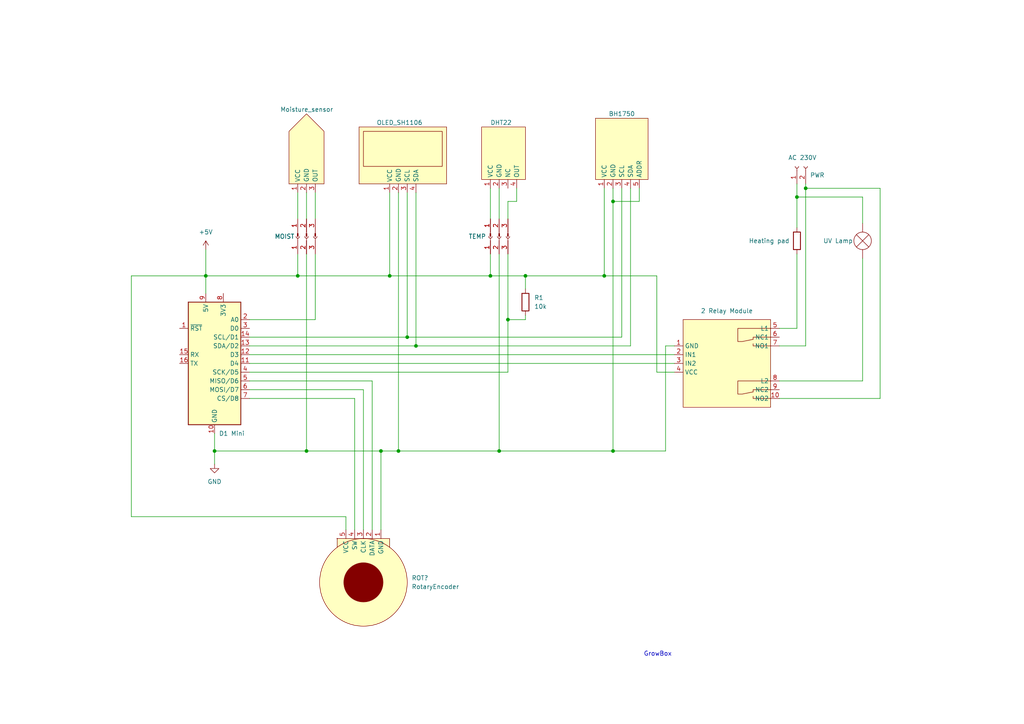
<source format=kicad_sch>
(kicad_sch (version 20211123) (generator eeschema)
  (paper "A4")
  (lib_symbols
    (symbol "Connector:Conn_01x02_Female" (pin_names (offset 1.016) hide)
      (property "Reference" "J" (at 0 2.54 0))
      (property "Value" "Conn_01x02_Female" (at 0 -5.08 0))
      (symbol "Conn_01x02_Female_1_1"
        (arc (start 0 -2.032) (mid -0.508 -2.54) (end 0 -3.048) (stroke (width 0.1524)))
        (polyline (pts (xy -1.27 -2.54) (xy -0.508 -2.54)) (stroke (width 0.1524)))
        (polyline (pts (xy -1.27 0) (xy -0.508 0)) (stroke (width 0.1524)))
        (arc (start 0 0.508) (mid -0.508 0) (end 0 -0.508) (stroke (width 0.1524)))
        (pin passive line (at -5.08 0 0) (length 3.81) (name "Pin_1") (number "1"))
        (pin passive line (at -5.08 -2.54 0) (length 3.81) (name "Pin_2") (number "2"))
      )
    )
    (symbol "Connector:Conn_01x03_Female" (pin_names (offset 1.016) hide)
      (property "Reference" "J" (at 0 5.08 0))
      (property "Value" "Conn_01x03_Female" (at 0 -5.08 0))
      (symbol "Conn_01x03_Female_1_1"
        (arc (start 0 -2.032) (mid -0.508 -2.54) (end 0 -3.048) (stroke (width 0.1524)))
        (polyline (pts (xy -1.27 -2.54) (xy -0.508 -2.54)) (stroke (width 0.1524)))
        (polyline (pts (xy -1.27 0) (xy -0.508 0)) (stroke (width 0.1524)))
        (polyline (pts (xy -1.27 2.54) (xy -0.508 2.54)) (stroke (width 0.1524)))
        (arc (start 0 0.508) (mid -0.508 0) (end 0 -0.508) (stroke (width 0.1524)))
        (arc (start 0 3.048) (mid -0.508 2.54) (end 0 2.032) (stroke (width 0.1524)))
        (pin passive line (at -5.08 2.54 0) (length 3.81) (name "Pin_1") (number "1"))
        (pin passive line (at -5.08 0 0) (length 3.81) (name "Pin_2") (number "2"))
        (pin passive line (at -5.08 -2.54 0) (length 3.81) (name "Pin_3") (number "3"))
      )
    )
    (symbol "Connector:Conn_01x03_Male" (pin_names (offset 1.016) hide)
      (property "Reference" "J" (at 0 5.08 0))
      (property "Value" "Conn_01x03_Male" (at 0 -5.08 0))
      (symbol "Conn_01x03_Male_1_1"
        (polyline (pts (xy 1.27 -2.54) (xy 0.8636 -2.54)) (stroke (width 0.1524)))
        (polyline (pts (xy 1.27 0) (xy 0.8636 0)) (stroke (width 0.1524)))
        (polyline (pts (xy 1.27 2.54) (xy 0.8636 2.54)) (stroke (width 0.1524)))
        (rectangle (start 0.8636 -2.413) (end 0 -2.667) (stroke (width 0.1524)) (fill (type outline)))
        (rectangle (start 0.8636 0.127) (end 0 -0.127) (stroke (width 0.1524)) (fill (type outline)))
        (rectangle (start 0.8636 2.667) (end 0 2.413) (stroke (width 0.1524)) (fill (type outline)))
        (pin passive line (at 5.08 2.54 180) (length 3.81) (name "Pin_1") (number "1"))
        (pin passive line (at 5.08 0 180) (length 3.81) (name "Pin_2") (number "2"))
        (pin passive line (at 5.08 -2.54 180) (length 3.81) (name "Pin_3") (number "3"))
      )
    )
    (symbol "Device:Lamp" (pin_numbers hide) (pin_names (offset 0.0254) hide)
      (property "Reference" "LA" (at 0.635 3.81 0))
      (property "Value" "Lamp" (at 0.635 -3.81 0))
      (symbol "Lamp_0_1"
        (polyline (pts (xy -1.778 1.778) (xy 1.778 -1.778)))
        (polyline (pts (xy 1.778 1.778) (xy -1.778 -1.778)))
        (circle (center 0 0) (radius 2.54))
      )
      (symbol "Lamp_1_1"
        (pin passive line (at 0 -5.08 90) (length 2.54) (name "-") (number "1"))
        (pin passive line (at 0 5.08 270) (length 2.54) (name "+") (number "2"))
      )
    )
    (symbol "Device:R" (pin_numbers hide) (pin_names (offset 0))
      (property "Reference" "R" (at 2.032 0 90))
      (property "Value" "R" (at 0 0 90))
      (symbol "R_0_1"
        (rectangle (start -1.016 -2.54) (end 1.016 2.54) (stroke (width 0.254)))
      )
      (symbol "R_1_1"
        (pin passive line (at 0 3.81 270) (length 1.27) (name "~") (number "1"))
        (pin passive line (at 0 -3.81 90) (length 1.27) (name "~") (number "2"))
      )
    )
    (symbol "Konajka_Library:2_Relay_Module"
      (property "Reference" "U" (at 0 33.02 0))
      (property "Value" "2_Relay_Module" (at 0 35.56 0))
      (symbol "2_Relay_Module_0_1"
        (rectangle (start -12.7 25.4) (end 12.7 0) (fill (type background)))
        (polyline (pts (xy -7.62 25.4) (xy -7.62 20.32) (xy -6.985 20.32)))
        (polyline (pts (xy -5.08 25.4) (xy -5.08 20.32) (xy -5.715 20.32)))
        (polyline (pts (xy 7.62 25.4) (xy 7.62 20.32) (xy 8.255 20.32)))
        (polyline (pts (xy 10.16 25.4) (xy 10.16 20.32) (xy 9.525 20.32)))
        (polyline (pts (xy -6.985 20.32) (xy -6.35 17.145) (xy -6.35 15.875) (xy -10.16 15.875) (xy -10.16 25.4)))
        (polyline (pts (xy 8.255 20.32) (xy 8.89 17.145) (xy 8.89 15.875) (xy 5.08 15.875) (xy 5.08 25.4)))
      )
      (symbol "2_Relay_Module_1_1"
        (pin passive line (at -5.08 -2.54 90) (length 2.54) (name "GND") (number "1"))
        (pin passive line (at 10.16 27.94 270) (length 2.54) (name "NO2") (number "10"))
        (pin input line (at -2.54 -2.54 90) (length 2.54) (name "IN1") (number "2"))
        (pin input line (at 0 -2.54 90) (length 2.54) (name "IN2") (number "3"))
        (pin power_in line (at 2.54 -2.54 90) (length 2.54) (name "VCC") (number "4"))
        (pin passive line (at -10.16 27.94 270) (length 2.54) (name "L1") (number "5"))
        (pin passive line (at -7.62 27.94 270) (length 2.54) (name "NC1") (number "6"))
        (pin passive line (at -5.08 27.94 270) (length 2.54) (name "NO1") (number "7"))
        (pin passive line (at 5.08 27.94 270) (length 2.54) (name "L2") (number "8"))
        (pin passive line (at 7.62 27.94 270) (length 2.54) (name "NC2") (number "9"))
      )
    )
    (symbol "Konajka_Library:BH1750"
      (property "Reference" "U?" (at 0 22.86 0))
      (property "Value" "BH1750" (at 0 20.32 0))
      (symbol "BH1750_0_1"
        (rectangle (start 5.08 17.78) (end 5.08 17.78))
        (rectangle (start 7.62 0) (end -7.62 17.78) (fill (type background)))
      )
      (symbol "BH1750_1_1"
        (pin power_in line (at -5.08 -2.54 90) (length 2.54) (name "VCC") (number "1"))
        (pin passive line (at -2.54 -2.54 90) (length 2.54) (name "GND") (number "2"))
        (pin input line (at 0 -2.54 90) (length 2.54) (name "SCL") (number "3"))
        (pin bidirectional line (at 2.54 -2.54 90) (length 2.54) (name "SDA") (number "4"))
        (pin input line (at 5.08 -2.54 90) (length 2.54) (name "ADDR") (number "5"))
      )
    )
    (symbol "Konajka_Library:DHT22"
      (property "Reference" "U?" (at 0 17.78 0))
      (property "Value" "DHT22" (at 0 15.24 0))
      (symbol "DHT22_0_1"
        (rectangle (start -6.35 -1.27) (end 6.35 13.97) (fill (type background)))
      )
      (symbol "DHT22_1_1"
        (pin power_in line (at -3.81 -3.81 90) (length 2.54) (name "VCC") (number "1"))
        (pin passive line (at -1.27 -3.81 90) (length 2.54) (name "GND") (number "2"))
        (pin passive line (at 1.27 -3.81 90) (length 2.54) (name "NC") (number "3"))
        (pin output line (at 3.81 -3.81 90) (length 2.54) (name "OUT") (number "4"))
      )
    )
    (symbol "Konajka_Library:Moisture_sensor"
      (property "Reference" "U" (at 0 25.4 0))
      (property "Value" "Moisture_sensor" (at 0 22.86 0))
      (symbol "Moisture_sensor_0_1"
        (polyline (pts (xy -5.08 0) (xy 5.08 0) (xy 5.08 15.24) (xy 0 20.32) (xy -5.08 15.24) (xy -5.08 0)) (fill (type background)))
      )
      (symbol "Moisture_sensor_1_1"
        (pin power_in line (at -2.54 -2.54 90) (length 2.54) (name "VCC") (number "1"))
        (pin passive line (at 0 -2.54 90) (length 2.54) (name "GND") (number "2"))
        (pin output line (at 2.54 -2.54 90) (length 2.54) (name "OUT") (number "3"))
      )
    )
    (symbol "Konajka_Library:OLED_SH1106"
      (property "Reference" "DISP?" (at 0 20.32 0))
      (property "Value" "OLED_SH1106" (at 0 17.78 0))
      (symbol "OLED_SH1106_0_1"
        (rectangle (start -12.7 16.51) (end 12.7 0) (fill (type background)))
        (rectangle (start -11.43 15.24) (end 11.43 5.08))
      )
      (symbol "OLED_SH1106_1_1"
        (pin power_in line (at -3.81 -2.54 90) (length 2.54) (name "VCC") (number "1"))
        (pin passive line (at -1.27 -2.54 90) (length 2.54) (name "GND") (number "2"))
        (pin input line (at 1.27 -2.54 90) (length 2.54) (name "SCL") (number "3"))
        (pin bidirectional line (at 3.81 -2.54 90) (length 2.54) (name "SDA") (number "4"))
      )
    )
    (symbol "Konajka_Library:RotaryEncoder"
      (property "Reference" "ROT?" (at 0 30.48 0))
      (property "Value" "RotaryEncoder" (at 0 27.94 0))
      (symbol "RotaryEncoder_0_1"
        (polyline (pts (xy 7.62 2.54) (xy 7.62 0) (xy -7.62 0) (xy -7.62 2.54)) (fill (type background)))
        (circle (center 0 12.7) (radius 5.6796) (fill (type outline)))
        (circle (center 0 12.7) (radius 12.7) (fill (type background)))
        (circle (center 7.62 0) (radius 0.0001))
      )
      (symbol "RotaryEncoder_1_1"
        (pin passive line (at -5.08 -2.54 90) (length 2.54) (name "GND") (number "1"))
        (pin output line (at -2.54 -2.54 90) (length 2.54) (name "DATA") (number "2"))
        (pin output line (at 0 -2.54 90) (length 2.54) (name "CLK") (number "3"))
        (pin output line (at 2.54 -2.54 90) (length 2.54) (name "SW") (number "4"))
        (pin power_in line (at 5.08 -2.54 90) (length 2.54) (name "VCC") (number "5"))
      )
    )
    (symbol "MCU_Module:WeMos_D1_mini"
      (property "Reference" "U" (at 3.81 19.05 0))
      (property "Value" "WeMos_D1_mini" (at 1.27 -19.05 0))
      (symbol "WeMos_D1_mini_1_1"
        (rectangle (start -7.62 17.78) (end 7.62 -17.78) (stroke (width 0.254)) (fill (type background)))
        (pin input line (at -10.16 10.16 0) (length 2.54) (name "~{RST}") (number "1"))
        (pin power_in line (at 0 -20.32 90) (length 2.54) (name "GND") (number "10"))
        (pin bidirectional line (at 10.16 0 180) (length 2.54) (name "D4") (number "11"))
        (pin bidirectional line (at 10.16 2.54 180) (length 2.54) (name "D3") (number "12"))
        (pin bidirectional line (at 10.16 5.08 180) (length 2.54) (name "SDA/D2") (number "13"))
        (pin bidirectional line (at 10.16 7.62 180) (length 2.54) (name "SCL/D1") (number "14"))
        (pin input line (at -10.16 2.54 0) (length 2.54) (name "RX") (number "15"))
        (pin output line (at -10.16 0 0) (length 2.54) (name "TX") (number "16"))
        (pin input line (at 10.16 12.7 180) (length 2.54) (name "A0") (number "2"))
        (pin bidirectional line (at 10.16 10.16 180) (length 2.54) (name "D0") (number "3"))
        (pin bidirectional line (at 10.16 -2.54 180) (length 2.54) (name "SCK/D5") (number "4"))
        (pin bidirectional line (at 10.16 -5.08 180) (length 2.54) (name "MISO/D6") (number "5"))
        (pin bidirectional line (at 10.16 -7.62 180) (length 2.54) (name "MOSI/D7") (number "6"))
        (pin bidirectional line (at 10.16 -10.16 180) (length 2.54) (name "CS/D8") (number "7"))
        (pin power_out line (at 2.54 20.32 270) (length 2.54) (name "3V3") (number "8"))
        (pin power_in line (at -2.54 20.32 270) (length 2.54) (name "5V") (number "9"))
      )
    )
    (symbol "power:+5V" (power) (pin_names (offset 0))
      (property "Value" "+5V" (at 0 3.556 0))
      (symbol "+5V_0_1"
        (polyline (pts (xy -0.762 1.27) (xy 0 2.54)))
        (polyline (pts (xy 0 0) (xy 0 2.54)))
        (polyline (pts (xy 0 2.54) (xy 0.762 1.27)))
      )
      (symbol "+5V_1_1"
        (pin power_in line (at 0 0 90) (length 0) hide (name "+5V") (number "1"))
      )
    )
    (symbol "power:GND" (power) (pin_names (offset 0))
      (property "Value" "GND" (at 0 -3.81 0))
      (symbol "GND_0_1"
        (polyline (pts (xy 0 0) (xy 0 -1.27) (xy 1.27 -1.27) (xy 0 -2.54) (xy -1.27 -1.27) (xy 0 -1.27)))
      )
      (symbol "GND_1_1"
        (pin power_in line (at 0 0 270) (length 0) hide (name "GND") (number "1"))
      )
    )
  )
  (junction (at 175.26 80.01))
  (junction (at 233.68 54.61))
  (junction (at 113.03 80.01))
  (junction (at 59.69 80.01))
  (junction (at 152.4 80.01))
  (junction (at 142.24 80.01))
  (junction (at 147.32 92.71))
  (junction (at 110.49 130.81))
  (junction (at 177.8 58.42))
  (junction (at 86.36 80.01))
  (junction (at 118.11 97.79))
  (junction (at 115.57 130.81))
  (junction (at 62.23 130.81))
  (junction (at 88.9 130.81))
  (junction (at 120.65 100.33))
  (junction (at 177.8 130.81))
  (junction (at 231.14 57.15))
  (junction (at 144.78 130.81))
  (wire (pts (xy 147.32 107.95) (xy 147.32 92.71)))
  (wire (pts (xy 233.68 100.33) (xy 226.06 100.33)))
  (wire (pts (xy 231.14 95.25) (xy 226.06 95.25)))
  (wire (pts (xy 190.5 107.95) (xy 190.5 80.01)))
  (wire (pts (xy 175.26 80.01) (xy 190.5 80.01)))
  (wire (pts (xy 147.32 58.42) (xy 149.86 58.42)))
  (wire (pts (xy 62.23 125.73) (xy 62.23 130.81)))
  (wire (pts (xy 144.78 54.61) (xy 144.78 63.5)))
  (wire (pts (xy 38.1 149.86) (xy 38.1 80.01)))
  (wire (pts (xy 250.19 64.77) (xy 250.19 57.15)))
  (wire (pts (xy 100.33 149.86) (xy 38.1 149.86)))
  (wire (pts (xy 105.41 113.03) (xy 105.41 153.67)))
  (wire (pts (xy 152.4 92.71) (xy 147.32 92.71)))
  (wire (pts (xy 142.24 73.66) (xy 142.24 80.01)))
  (wire (pts (xy 118.11 55.88) (xy 118.11 97.79)))
  (wire (pts (xy 182.88 100.33) (xy 120.65 100.33)))
  (wire (pts (xy 72.39 105.41) (xy 195.58 105.41)))
  (wire (pts (xy 250.19 110.49) (xy 226.06 110.49)))
  (wire (pts (xy 255.27 54.61) (xy 233.68 54.61)))
  (wire (pts (xy 105.41 113.03) (xy 72.39 113.03)))
  (wire (pts (xy 149.86 54.61) (xy 149.86 58.42)))
  (wire (pts (xy 115.57 130.81) (xy 110.49 130.81)))
  (wire (pts (xy 231.14 73.66) (xy 231.14 95.25)))
  (wire (pts (xy 110.49 130.81) (xy 110.49 153.67)))
  (wire (pts (xy 177.8 54.61) (xy 177.8 58.42)))
  (wire (pts (xy 144.78 73.66) (xy 144.78 130.81)))
  (wire (pts (xy 180.34 54.61) (xy 180.34 97.79)))
  (wire (pts (xy 142.24 80.01) (xy 152.4 80.01)))
  (wire (pts (xy 107.95 110.49) (xy 72.39 110.49)))
  (wire (pts (xy 88.9 73.66) (xy 88.9 130.81)))
  (wire (pts (xy 59.69 80.01) (xy 86.36 80.01)))
  (wire (pts (xy 62.23 130.81) (xy 62.23 134.62)))
  (wire (pts (xy 72.39 107.95) (xy 147.32 107.95)))
  (wire (pts (xy 250.19 74.93) (xy 250.19 110.49)))
  (wire (pts (xy 102.87 115.57) (xy 102.87 153.67)))
  (wire (pts (xy 120.65 55.88) (xy 120.65 100.33)))
  (wire (pts (xy 193.04 130.81) (xy 177.8 130.81)))
  (wire (pts (xy 152.4 80.01) (xy 152.4 83.82)))
  (wire (pts (xy 152.4 80.01) (xy 175.26 80.01)))
  (wire (pts (xy 226.06 115.57) (xy 255.27 115.57)))
  (wire (pts (xy 100.33 153.67) (xy 100.33 149.86)))
  (wire (pts (xy 107.95 110.49) (xy 107.95 153.67)))
  (wire (pts (xy 231.14 53.34) (xy 231.14 57.15)))
  (wire (pts (xy 86.36 55.88) (xy 86.36 63.5)))
  (wire (pts (xy 185.42 58.42) (xy 177.8 58.42)))
  (wire (pts (xy 59.69 72.39) (xy 59.69 80.01)))
  (wire (pts (xy 72.39 97.79) (xy 118.11 97.79)))
  (wire (pts (xy 86.36 73.66) (xy 86.36 80.01)))
  (wire (pts (xy 152.4 91.44) (xy 152.4 92.71)))
  (wire (pts (xy 185.42 54.61) (xy 185.42 58.42)))
  (wire (pts (xy 193.04 100.33) (xy 193.04 130.81)))
  (wire (pts (xy 147.32 92.71) (xy 147.32 73.66)))
  (wire (pts (xy 113.03 80.01) (xy 142.24 80.01)))
  (wire (pts (xy 115.57 55.88) (xy 115.57 130.81)))
  (wire (pts (xy 233.68 53.34) (xy 233.68 54.61)))
  (wire (pts (xy 91.44 73.66) (xy 91.44 92.71)))
  (wire (pts (xy 147.32 63.5) (xy 147.32 58.42)))
  (wire (pts (xy 231.14 57.15) (xy 231.14 66.04)))
  (wire (pts (xy 102.87 115.57) (xy 72.39 115.57)))
  (wire (pts (xy 59.69 80.01) (xy 59.69 85.09)))
  (wire (pts (xy 113.03 55.88) (xy 113.03 80.01)))
  (wire (pts (xy 177.8 58.42) (xy 177.8 130.81)))
  (wire (pts (xy 72.39 100.33) (xy 120.65 100.33)))
  (wire (pts (xy 182.88 54.61) (xy 182.88 100.33)))
  (wire (pts (xy 177.8 130.81) (xy 144.78 130.81)))
  (wire (pts (xy 91.44 92.71) (xy 72.39 92.71)))
  (wire (pts (xy 88.9 55.88) (xy 88.9 63.5)))
  (wire (pts (xy 91.44 55.88) (xy 91.44 63.5)))
  (wire (pts (xy 175.26 54.61) (xy 175.26 80.01)))
  (wire (pts (xy 142.24 54.61) (xy 142.24 63.5)))
  (wire (pts (xy 180.34 97.79) (xy 118.11 97.79)))
  (wire (pts (xy 72.39 102.87) (xy 195.58 102.87)))
  (wire (pts (xy 250.19 57.15) (xy 231.14 57.15)))
  (wire (pts (xy 255.27 115.57) (xy 255.27 54.61)))
  (wire (pts (xy 86.36 80.01) (xy 113.03 80.01)))
  (wire (pts (xy 195.58 100.33) (xy 193.04 100.33)))
  (wire (pts (xy 233.68 54.61) (xy 233.68 100.33)))
  (wire (pts (xy 195.58 107.95) (xy 190.5 107.95)))
  (wire (pts (xy 38.1 80.01) (xy 59.69 80.01)))
  (wire (pts (xy 88.9 130.81) (xy 62.23 130.81)))
  (wire (pts (xy 110.49 130.81) (xy 88.9 130.81)))
  (wire (pts (xy 144.78 130.81) (xy 115.57 130.81)))
  (text "GrowBox" (at 186.69 190.5 0) (effects (font (size 1.27 1.27)) (justify left bottom)))
  (symbol (lib_id "Connector:Conn_01x03_Female") (at 88.9 68.58 90) (unit 1)
    (property "Reference" "J?" (effects hide))
    (property "Value" "MOIST" (at 82.55 68.58 90))
  )
  (symbol (lib_id "Connector:Conn_01x03_Male") (at 144.78 68.58 90) (unit 1)
    (property "Reference" "J?" (effects hide))
    (property "Value" "Conn_01x03_Male" (effects hide))
  )
  (symbol (lib_id "Device:R") (at 231.14 69.85 0) (unit 1)
    (property "Reference" "R?" (effects hide))
    (property "Value" "Heating pad" (at 217.17 69.85 0) (effects (justify left)))
  )
  (symbol (lib_id "Konajka_Library:BH1750") (at 180.34 52.07 0) (unit 1)
    (property "Reference" "U?" (effects hide))
    (property "Value" "BH1750" (at 176.53 33.02 0) (effects (justify left)))
  )
  (symbol (lib_id "power:GND") (at 62.23 134.62 0) (unit 1)
    (property "Reference" "#PWR?" (effects hide))
    (property "Value" "GND" (at 62.23 139.7 0))
  )
  (symbol (lib_id "Device:R") (at 152.4 87.63 0) (unit 1)
    (property "Reference" "R1" (at 154.94 86.36 0) (effects (justify left)))
    (property "Value" "10k" (at 154.94 88.9 0) (effects (justify left)))
  )
  (symbol (lib_id "power:+5V") (at 59.69 72.39 0) (unit 1)
    (property "Reference" "#PWR?" (effects hide))
    (property "Value" "+5V" (at 59.69 67.31 0))
  )
  (symbol (lib_id "Connector:Conn_01x03_Male") (at 88.9 68.58 90) (unit 1)
    (property "Reference" "J?" (effects hide))
    (property "Value" "Conn_01x03_Male" (effects hide))
  )
  (symbol (lib_id "Konajka_Library:RotaryEncoder") (at 105.41 156.21 180) (unit 1)
    (property "Reference" "ROT?" (at 119.38 167.6398 0) (effects (justify right)))
    (property "Value" "RotaryEncoder" (at 119.38 170.1798 0) (effects (justify right)))
  )
  (symbol (lib_id "Konajka_Library:OLED_SH1106") (at 116.84 53.34 0) (unit 1)
    (property "Reference" "DISP?" (effects hide))
    (property "Value" "OLED_SH1106" (at 109.22 35.56 0) (effects (justify left)))
    (property "Footprint" "Konajka_Library:Generic OLED" (effects hide))
  )
  (symbol (lib_id "Konajka_Library:Moisture_sensor") (at 88.9 53.34 0) (unit 1)
    (property "Reference" "U?" (effects hide))
    (property "Value" "Moisture_sensor" (at 81.28 31.75 0) (effects (justify left)))
  )
  (symbol (lib_id "Konajka_Library:2_Relay_Module") (at 198.12 105.41 270) (unit 1)
    (property "Reference" "U?" (effects hide))
    (property "Value" "2 Relay Module" (at 210.82 90.17 90))
  )
  (symbol (lib_id "Konajka_Library:DHT22") (at 146.05 50.8 0) (unit 1)
    (property "Reference" "U?" (effects hide))
    (property "Value" "DHT22" (at 142.24 35.56 0) (effects (justify left)))
    (property "Footprint" "Konajka_Library:DHT22" (effects hide))
  )
  (symbol (lib_id "Device:Lamp") (at 250.19 69.85 0) (unit 1)
    (property "Reference" "LA?" (effects hide))
    (property "Value" "UV Lamp" (at 238.76 69.85 0) (effects (justify left)))
  )
  (symbol (lib_id "Connector:Conn_01x02_Female") (at 231.14 48.26 90) (unit 1)
    (property "Reference" "PWR" (at 234.95 50.8 90) (effects (justify right)))
    (property "Value" "AC 230V" (at 228.6 45.72 90) (effects (justify right)))
  )
  (symbol (lib_id "Connector:Conn_01x03_Female") (at 144.78 68.58 90) (unit 1)
    (property "Reference" "J?" (effects hide))
    (property "Value" "TEMP" (at 138.43 68.58 90))
  )
  (symbol (lib_id "MCU_Module:WeMos_D1_mini") (at 62.23 105.41 0) (unit 1)
    (property "Reference" "U?" (effects hide))
    (property "Value" "D1 Mini" (at 63.5 125.73 0) (effects (justify left)))
    (property "Footprint" "Module:WEMOS_D1_mini_light" (effects hide))
    (property "Datasheet" "https://wiki.wemos.cc/products:d1:d1_mini#documentation" (effects hide))
  )
)
</source>
